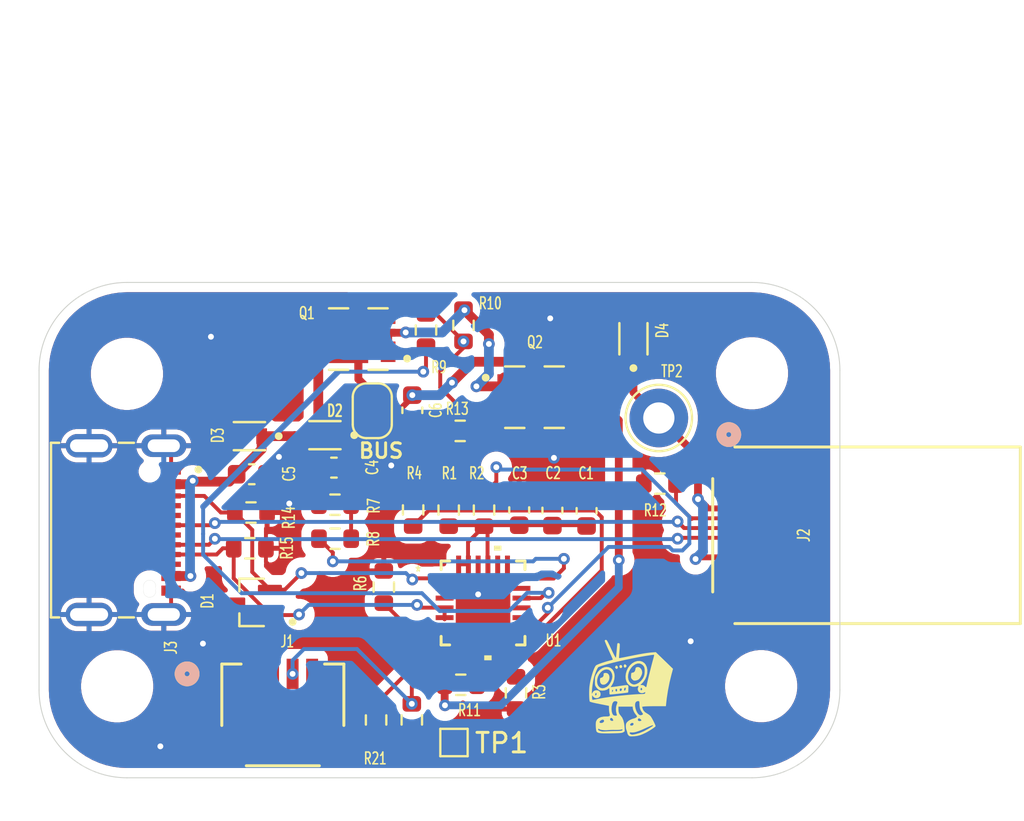
<source format=kicad_pcb>
(kicad_pcb
	(version 20241229)
	(generator "pcbnew")
	(generator_version "9.0")
	(general
		(thickness 1.606)
		(legacy_teardrops no)
	)
	(paper "A4")
	(layers
		(0 "F.Cu" signal "TOP")
		(2 "B.Cu" signal "BOTTOM")
		(9 "F.Adhes" user "F.Adhesive")
		(11 "B.Adhes" user "B.Adhesive")
		(13 "F.Paste" user "Top Paste")
		(15 "B.Paste" user "Bottom Paste")
		(5 "F.SilkS" user "Top Overlay")
		(7 "B.SilkS" user "Bottom Overlay")
		(1 "F.Mask" user "Top Solder")
		(3 "B.Mask" user "Bottom Solder")
		(17 "Dwgs.User" user "User.Drawings")
		(19 "Cmts.User" user "User.Comments")
		(21 "Eco1.User" user "User.Eco1")
		(23 "Eco2.User" user "User.Eco2")
		(25 "Edge.Cuts" user)
		(27 "Margin" user)
		(31 "F.CrtYd" user "F.Courtyard")
		(29 "B.CrtYd" user "B.Courtyard")
		(35 "F.Fab" user "Mechanical 12")
		(33 "B.Fab" user "Top Assembly")
		(39 "User.1" user "Top 3D Body")
		(41 "User.2" user "Top Designator")
		(43 "User.3" user "Route Tool Path")
		(45 "User.4" user "Board")
		(47 "User.5" user "Mechanical 5")
		(49 "User.6" user "Bottom Courtyard")
		(51 "User.7" user "Mechanical 7")
		(53 "User.8" user "Bottom 3D Body")
		(55 "User.9" user "Mechanical 9")
		(57 "User.10" user "Bottom Assembly")
		(59 "User.11" user "Mechanical 11")
		(61 "User.12" user "Mechanical 14")
		(63 "User.13" user "Top Courtyard")
		(65 "User.14" user "Mechanical 16")
	)
	(setup
		(pad_to_mask_clearance 0.05)
		(allow_soldermask_bridges_in_footprints no)
		(tenting front back)
		(aux_axis_origin 127.20111 115.16359)
		(grid_origin 127.20111 115.16359)
		(pcbplotparams
			(layerselection 0x00000000_00000000_55555555_5755f5ff)
			(plot_on_all_layers_selection 0x00000000_00000000_00000000_00000000)
			(disableapertmacros no)
			(usegerberextensions no)
			(usegerberattributes yes)
			(usegerberadvancedattributes yes)
			(creategerberjobfile yes)
			(dashed_line_dash_ratio 12.000000)
			(dashed_line_gap_ratio 3.000000)
			(svgprecision 4)
			(plotframeref no)
			(mode 1)
			(useauxorigin no)
			(hpglpennumber 1)
			(hpglpenspeed 20)
			(hpglpendiameter 15.000000)
			(pdf_front_fp_property_popups yes)
			(pdf_back_fp_property_popups yes)
			(pdf_metadata yes)
			(pdf_single_document no)
			(dxfpolygonmode yes)
			(dxfimperialunits yes)
			(dxfusepcbnewfont yes)
			(psnegative no)
			(psa4output no)
			(plot_black_and_white yes)
			(sketchpadsonfab no)
			(plotpadnumbers no)
			(hidednponfab no)
			(sketchdnponfab yes)
			(crossoutdnponfab yes)
			(subtractmaskfromsilk no)
			(outputformat 1)
			(mirror no)
			(drillshape 1)
			(scaleselection 1)
			(outputdirectory "")
		)
	)
	(net 0 "")
	(net 1 "GND")
	(net 2 "/Power Subsystem/USB_CC1")
	(net 3 "/Power Subsystem/USB_CC2")
	(net 4 "Net-(C4-Pad1)")
	(net 5 "VBUS")
	(net 6 "/Power Subsystem/D+")
	(net 7 "/Power Subsystem/D-")
	(net 8 "Net-(C6-Pad1)")
	(net 9 "Net-(R5-Pad1)")
	(net 10 "unconnected-(J2-RX1+-PadB2)")
	(net 11 "/Power Subsystem/SDA")
	(net 12 "/Power Subsystem/SCL")
	(net 13 "/Power Subsystem/2V7")
	(net 14 "unconnected-(J2-RX2--PadA10)")
	(net 15 "unconnected-(J2-TX2+-PadB11)")
	(net 16 "unconnected-(J2-RX1--PadB3)")
	(net 17 "unconnected-(J2-SBU1-PadA8)")
	(net 18 "/Power Subsystem/VBUS_VS_DISCH")
	(net 19 "Net-(J2-CC1)")
	(net 20 "unconnected-(J2-TX1--PadA3)")
	(net 21 "unconnected-(J2-TX1+-PadA2)")
	(net 22 "unconnected-(J2-RX2+-PadA11)")
	(net 23 "unconnected-(J2-SBU2-PadB5)")
	(net 24 "unconnected-(J2-TX2--PadB10)")
	(net 25 "unconnected-(J3-SBU1-Pad10)")
	(net 26 "unconnected-(J3-SBU2-Pad4)")
	(net 27 "Net-(Q1-Pad1)")
	(net 28 "Net-(Q1-Pad4)")
	(net 29 "Net-(U1-ADDR0)")
	(net 30 "Net-(U1-ADDR1)")
	(net 31 "Net-(U1-RESET)")
	(net 32 "Net-(U1-VBUS_EN_SNK)")
	(net 33 "Net-(U1-DISCH)")
	(net 34 "unconnected-(U1-A_B_SIDE-Pad17)")
	(net 35 "unconnected-(U1-GPIO-Pad15)")
	(net 36 "unconnected-(U1-POWER_OK3-Pad14)")
	(net 37 "unconnected-(U1-ALERT-Pad19)")
	(net 38 "unconnected-(U1-POWER_OK2-Pad20)")
	(net 39 "unconnected-(U1-ATTACH-Pad11)")
	(net 40 "VDC")
	(footprint (layer "F.Cu") (at 103.88891 94.6064))
	(footprint "capstone-project:CONN_USB4155_GCT" (layer "F.Cu") (at 142.253001 86.875001 90))
	(footprint "Resistor_SMD:R_0603_1608Metric" (layer "F.Cu") (at 131.675 84.23))
	(footprint "capstone-project:JAE_DX07S016JA1R1500" (layer "F.Cu") (at 105.55 86.61 -90))
	(footprint "Jumper:SolderJumper-2_P1.3mm_Open_RoundedPad1.0x1.5mm" (layer "F.Cu") (at 116.95 80.5 -90))
	(footprint "capstone-project:TVS_ESDA25P35-1U1M" (layer "F.Cu") (at 110.66 81.8 180))
	(footprint "capstone-project:TRANS_STL6P3LLH6" (layer "F.Cu") (at 125.255 79.805))
	(footprint "Resistor_SMD:R_0603_1608Metric" (layer "F.Cu") (at 115.04 85.31 180))
	(footprint (layer "F.Cu") (at 136.86001 94.6))
	(footprint "LOGO" (layer "F.Cu") (at 129.8399 95.425612))
	(footprint "Capacitor_SMD:C_0603_1608Metric" (layer "F.Cu") (at 114.9865 83.4115))
	(footprint "Resistor_SMD:R_0603_1608Metric" (layer "F.Cu") (at 110.74 85.71))
	(footprint "Resistor_SMD:R_0603_1608Metric" (layer "F.Cu") (at 117.1448 96.33 90))
	(footprint (layer "F.Cu") (at 104.39 78.61))
	(footprint "Resistor_SMD:R_0603_1608Metric" (layer "F.Cu") (at 122.6715 85.5835 -90))
	(footprint "Resistor_SMD:R_0603_1608Metric" (layer "F.Cu") (at 117.54 89.525 -90))
	(footprint "Resistor_SMD:R_0603_1608Metric" (layer "F.Cu") (at 120.8615 85.5835 -90))
	(footprint "TestPoint:TestPoint_Pad_1.0x1.0mm" (layer "F.Cu") (at 121.1326 97.4852))
	(footprint "Resistor_SMD:R_0603_1608Metric" (layer "F.Cu") (at 121.62 76.125 90))
	(footprint "Capacitor_SMD:C_0603_1608Metric" (layer "F.Cu") (at 110.78 83.75))
	(footprint "capstone-project:CONN_PRT-14417_SPK" (layer "F.Cu") (at 112.369999 96.0715))
	(footprint "Resistor_SMD:R_0603_1608Metric" (layer "F.Cu") (at 121.48 94.53))
	(footprint "Capacitor_SMD:C_0603_1608Metric" (layer "F.Cu") (at 126.1715 85.6035 -90))
	(footprint "Resistor_SMD:R_0603_1608Metric" (layer "F.Cu") (at 115.045 87.05))
	(footprint "capstone-project:TVS_ESDA25P35-1U1M" (layer "F.Cu") (at 114.525 81.75 180))
	(footprint "Resistor_SMD:R_0603_1608Metric" (layer "F.Cu") (at 118.9736 96.33 90))
	(footprint "capstone-project:SOT65P210X110-3N" (layer "F.Cu") (at 110.77 90.31 180))
	(footprint "Resistor_SMD:R_0603_1608Metric" (layer "F.Cu") (at 121.45 81.53))
	(footprint "Capacitor_SMD:C_0603_1608Metric" (layer "F.Cu") (at 127.9215 85.6235 -90))
	(footprint "Capacitor_SMD:C_0603_1608Metric" (layer "F.Cu") (at 124.4715 85.5835 -90))
	(footprint "Resistor_SMD:R_0603_1608Metric" (layer "F.Cu") (at 124.3076 94.9452 90))
	(footprint "capstone-project:TRANS_STL6P3LLH6" (layer "F.Cu") (at 116.235 76.83 180))
	(footprint "Resistor_SMD:R_0603_1608Metric" (layer "F.Cu") (at 110.68 87.54))
	(footprint "Resistor_SMD:R_0603_1608Metric" (layer "F.Cu") (at 119.0415 85.5765 -90))
	(footprint "Capacitor_SMD:C_0603_1608Metric" (layer "F.Cu") (at 119 80.475 90))
	(footprint "capstone-project:STUSB4500QTR"
		(layer "F.Cu")
		(uuid "e6eb8c3d-74c9-408e-8fbd-caef8da7c2cc")
		(at 122.62 90.3415)
		(tags "STUSB4500QTR ")
		(property "Reference" "U1"
			(at 3.61 1.9185 0)
			(unlocked yes)
			(layer "F.SilkS")
			(uuid "2a6d4b53-5f46-4270-8fad-0de92a638665")
			(effects
				(font
					(size 0.6 0.4)
					(thickness 0.08)
					(bold yes)
				)
			)
		)
		(property "Value" "STUSB4500QTR"
			(at 0 0 0)
			(unlocked yes)
			(layer "F.Fab")
			(hide yes)
			(uuid "ff90aa49-2821-4283-a335-a84c50449a4f")
			(effects
				(font
					(size 1 1)
					(thickness 0.15)
				)
			)
		)
		(property "Datasheet" "https://www.st.com/resource/en/datasheet/stusb4500.pdf"
			(at 0 0 0)
			(layer "F.Fab")
			(hide yes)
			(uuid "8434d7fc-edef-471e-849e-5c8ed63a961f")
			(effects
				(font
					(size 1.27 1.27)
					(thickness 0.15)
				)
			)
		)
		(property "Description" ""
			(at 0 0 0)
			(layer "F.Fab")
			(hide yes)
			(uuid "1e3af58d-dd73-4a5f-aa3b-3870f3ab648a")
			(effects
				(font
					(size 1.27 1.27)
					(thickness 0.15)
				)
			)
		)
		(property ki_fp_filters "QFN24EP_4X4_STM QFN24EP_4X4_STM-M QFN24EP_4X4_STM-L")
		(path "/9fe85a84-eb88-4cb0-ad9c-c856ce023e7b/a1360c75-541a-4f9d-87ce-9d99d490258e")
		(sheetname "/Power Subsystem/")
		(sheetfile "power-subsystem.kicad_sch")
		(attr smd)
		(fp_line
			(start -2.1463 -2.1463)
			(end -2.1463 -1.70974)
			(stroke
				(width 0.1524)
				(type solid)
			)
			(layer "F.SilkS")
			(uuid "5102caad-0c4c-48bb-9e75-f03d7e9626ea")
		)
		(fp_line
			(start -2.1463 1.70974)
			(end -2.1463 2.1463)
			(stroke
				(width 0.1524)
				(type solid)
			)
			(layer "F.SilkS")
			(uuid "7357d53b-f993-46dd-b778-126a11d62e89")
		)
		(fp_line
			(start -2.1463 2.1463)
			(end -1.70974 2.1463)
			(stroke
				(width 0.1524)
				(type solid)
			)
			(layer "F.SilkS")
			(uuid "3d3bc632-6c14-4830-b7af-2274e8da92ee")
		)
		(fp_line
			(start -1.70974 -2.1463)
			(end -2.1463 -2.1463)
			(stroke
				(width 0.1524)
				(type solid)
			)
			(layer "F.SilkS")
			(uuid "a7881cec-2524-4a6d-8621-e2cdb4280c2b")
		)
		(fp_line
			(start 1.70974 2.1463)
			(end 2.1463 2.1463)
			(stroke
				(width 0.1524)
				(type solid)
			)
			(layer "F.SilkS")
			(uuid "50cb609e-540d-4b6d-8a71-8b81efab0eb9")
		)
		(fp_line
			(start 2.1463 -2.1463)
			(end 1.70974 -2.1463)
			(stroke
				(width 0.1524)
				(type solid)
			)
			(layer "F.SilkS")
			(uuid "8e88d7a4-4a39-4625-95c4-51f3aabe6831")
		)
		(fp_line
			(start 2.1463 -1.70974)
			(end 2.1463 -2.1463)
			(stroke
				(width 0.1524)
				(type solid)
			)
			(layer "F.SilkS")
			(uuid "6b273a25-b6d8-4115-89ff-e6ee1658c44d")
		)
		(fp_line
			(start 2.1463 2.1463)
			(end 2.1463 1.70974)
			(stroke
				(width 0.1524)
				(type solid)
			)
			(layer "F.SilkS")
			(uuid "a843a047-f9f5-4d4d-b5f4-3733ca163e8b")
		)
		(fp_poly
			(pts
				(xy 0.059499 2.6797) (xy 0.059499 2.9337) (xy 0.4405 2.9337) (xy 0.4405 2.6797)
			)
			(stroke
				(width 0)
				(type solid)
			)
			(fill yes)
			(layer "F.SilkS")
			(uuid "65b79f93-861d-4000-8b42-cb3a7d976a95")
		)
		(fp_poly
			(pts
				(xy 0.559501 -2.6797) (xy 0.559501 -2.9337) (xy 0.940501 -2.9337) (xy 0.940501 -2.6797)
			)
			(stroke
				(width 0)
				(type solid)
			)
			(fill yes)
			(layer "F.SilkS")
			(uuid "480c4b1d-7d2d-4122-9783-4d21236102ec")
		)
		(fp_poly
			(pts
				(xy -1.297 -1.297) (xy -1.297 -0.1) (xy -0.1 -0.1) (xy -0.1 -1.297)
			)
			(stroke
				(width 0)
				(type solid)
			)
			(fill yes)
			(layer "F.Paste")
			(uuid "8c86019b-b719-4310-a0a6-6682da3bec33")
		)
		(fp_poly
			(pts
				(xy -1.297 0.1) (xy -1.297 1.297) (xy -0.1 1.297) (xy -0.1 0.1)
			)
			(stroke
				(width 0)
				(type solid)
			)
			(fill yes)
			(layer "F.Paste")
			(uuid "4889a0ba-d3ad-4da3-b348-13945e93453e")
		)
		(fp_poly
			(pts
				(xy 0.1 -1.297) (xy 0.1 -0.1) (xy 1.297 -0.1) (xy 1.297 -1.297)
			)
			(stroke
				(width 0)
				(type solid)
			)
			(fill yes)
			(layer "F.Paste")
			(uuid "16570387-8cd1-4c0b-860a-51226b5d8aeb")
		)
		(fp_poly
			(pts
				(xy 0.1 0.1) (xy 0.1 1.297) (xy 1.297 1.297) (xy 1.297 0.1)
			)
			(stroke
				(width 0)
				(type solid)
			)
			(fill yes)
			(layer "F.Paste")
			(uuid "cd50b4a7-8e43-4a86-b832-104e4de8a3d7")
		)
		(fp_line
			(start -2.9337 -1.885)
			(end -2.5273 -1.885)
			(stroke
				(width 0.1524)
				(type solid)
			)
			(layer "F.CrtYd")
			(uuid "6536daba-56fb-4927-85e7-cdc6b9915fd8")
		)
		(fp_line
			(start -2.9337 1.885)
			(end -2.9337 -1.885)
			(stroke
				(width 0.1524)
				(type solid)
			)
			(layer "F.CrtYd")
			(uuid "298d78cb-6fa9-48e3-b5ac-6cb555bcc2c3")
		)
		(fp_line
			(start -2.5273 -2.5273)
			(end -1.885 -2.5273)
			(stroke
				(width 0.1524)
				(type solid)
			)
			(layer "F.CrtYd")
			(uuid "371d61d9-862f-4793-86d9-c6fae380685b")
		)
		(fp_line
			(start -2.5273 -1.885)
			(end -2.5273 -2.5273)
			(stroke
				(width 0.1524)
				(type solid)
			)
			(layer "F.CrtYd")
			(
... [250960 chars truncated]
</source>
